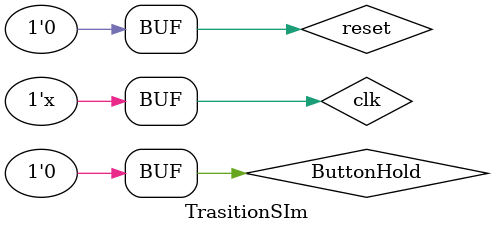
<source format=sv>
`timescale 1ns / 1ps


module TrasitionSIm();
     logic clk ;
     logic ButtonHold ;
     logic reset ;
     logic [27:0] countOut ;

    Main TransSim(
        .CLK100MHZ(clk),
        .BTNC(ButtonHold),
        .BTNU(reset),
        .countOut(countOut)
    ) ; 

    always #5 clk = ~clk ; 

    initial begin 
        clk= 0 ; 
        reset =1 ; 
        ButtonHold = 0 ; 
        #10
        reset =0 ;
        #10
         ButtonHold = 1 ; 
        #1500000020
        ButtonHold = 0 ;
        #100
        ButtonHold = 1 ; 
        #100
        ButtonHold = 0 ;

        
    end
endmodule

</source>
